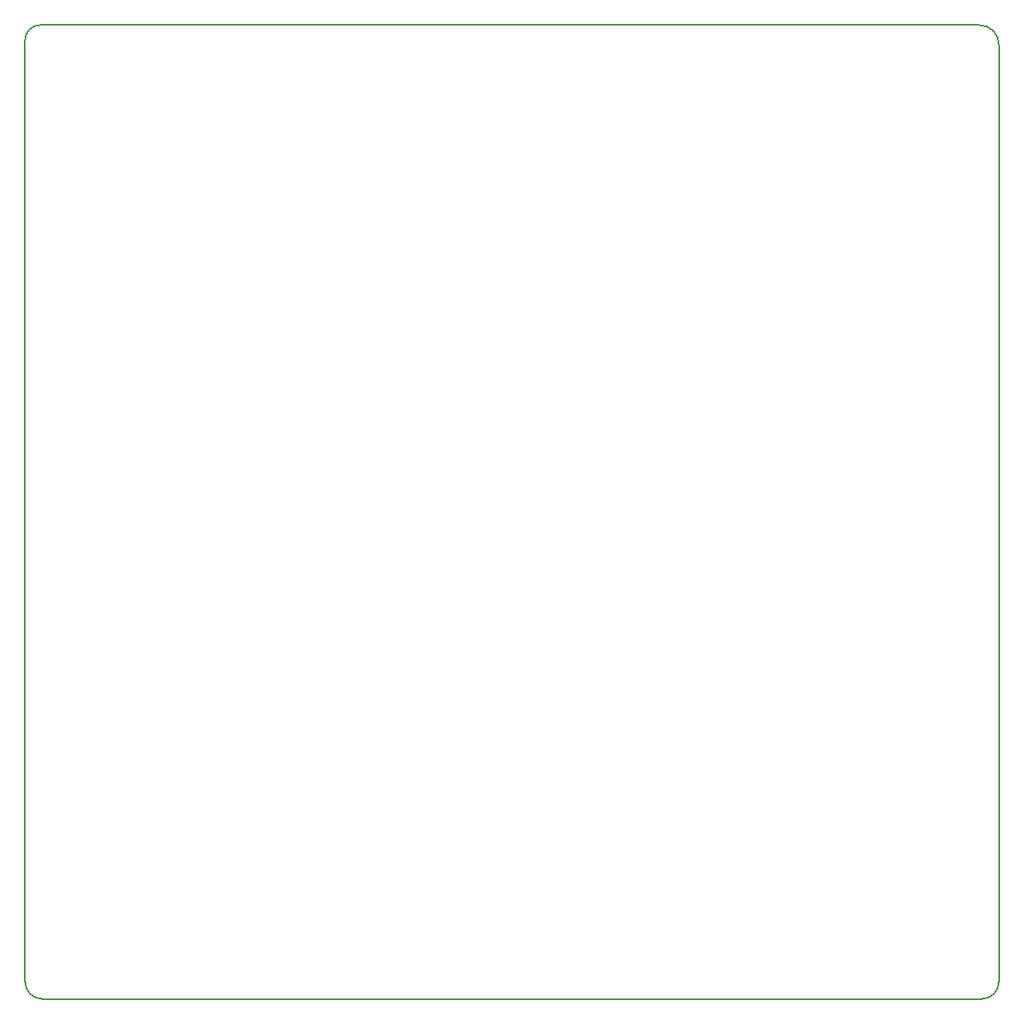
<source format=gm1>
G04 #@! TF.FileFunction,Profile,NP*
%FSLAX46Y46*%
G04 Gerber Fmt 4.6, Leading zero omitted, Abs format (unit mm)*
G04 Created by KiCad (PCBNEW 4.0.7) date 02/07/18 15:21:04*
%MOMM*%
%LPD*%
G01*
G04 APERTURE LIST*
%ADD10C,0.100000*%
%ADD11C,0.150000*%
G04 APERTURE END LIST*
D10*
D11*
X187250000Y-131750000D02*
X90750000Y-131750000D01*
X189000000Y-33750000D02*
X189000000Y-130000000D01*
X90500000Y-31750000D02*
X187000000Y-31750000D01*
X89000000Y-130000000D02*
X89000000Y-33250000D01*
X189000000Y-33750000D02*
G75*
G03X187000000Y-31750000I-2000000J0D01*
G01*
X90500000Y-31750000D02*
G75*
G03X89000000Y-33250000I0J-1500000D01*
G01*
X89000000Y-130000000D02*
G75*
G03X90750000Y-131750000I1750000J0D01*
G01*
X187250000Y-131750000D02*
G75*
G03X189000000Y-130000000I0J1750000D01*
G01*
M02*

</source>
